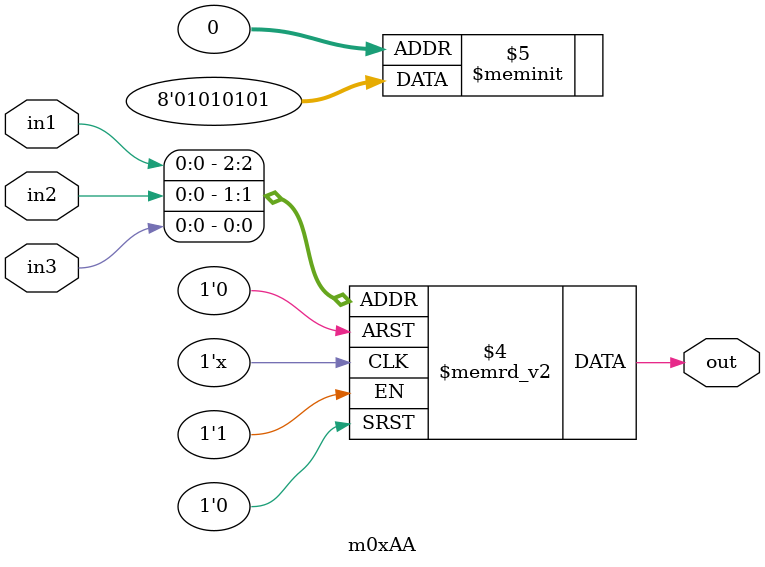
<source format=v>
module m0xAA(output out, input in1, in2, in3);

   always @(in1, in2, in3)
     begin
        case({in1, in2, in3})
          3'b000: {out} = 1'b1;
          3'b001: {out} = 1'b0;
          3'b010: {out} = 1'b1;
          3'b011: {out} = 1'b0;
          3'b100: {out} = 1'b1;
          3'b101: {out} = 1'b0;
          3'b110: {out} = 1'b1;
          3'b111: {out} = 1'b0;
        endcase // case ({in1, in2, in3})
     end // always @ (in1, in2, in3)

endmodule // m0xAA
</source>
